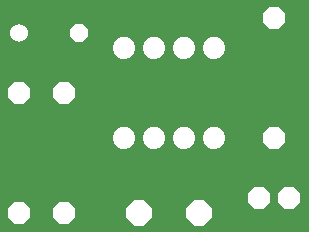
<source format=gbr>
G04 EAGLE Gerber RS-274X export*
G75*
%MOMM*%
%FSLAX34Y34*%
%LPD*%
%INSoldermask Top*%
%IPNEG*%
%AMOC8*
5,1,8,0,0,1.08239X$1,22.5*%
G01*
%ADD10P,1.649562X8X22.500000*%
%ADD11C,1.524000*%
%ADD12C,1.879600*%
%ADD13P,2.034460X8X22.500000*%
%ADD14P,2.034460X8X112.500000*%
%ADD15P,2.034460X8X292.500000*%
%ADD16P,2.309387X8X22.500000*%


D10*
X254000Y330200D03*
D11*
X203200Y330200D03*
D12*
X292100Y241300D03*
X317500Y241300D03*
X317500Y317500D03*
X292100Y317500D03*
X342900Y241300D03*
X368300Y241300D03*
X342900Y317500D03*
X368300Y317500D03*
D13*
X406400Y190500D03*
X431800Y190500D03*
D14*
X203200Y177800D03*
X203200Y279400D03*
D15*
X241300Y279400D03*
X241300Y177800D03*
X419100Y342900D03*
X419100Y241300D03*
D16*
X304800Y177800D03*
X355600Y177800D03*
M02*

</source>
